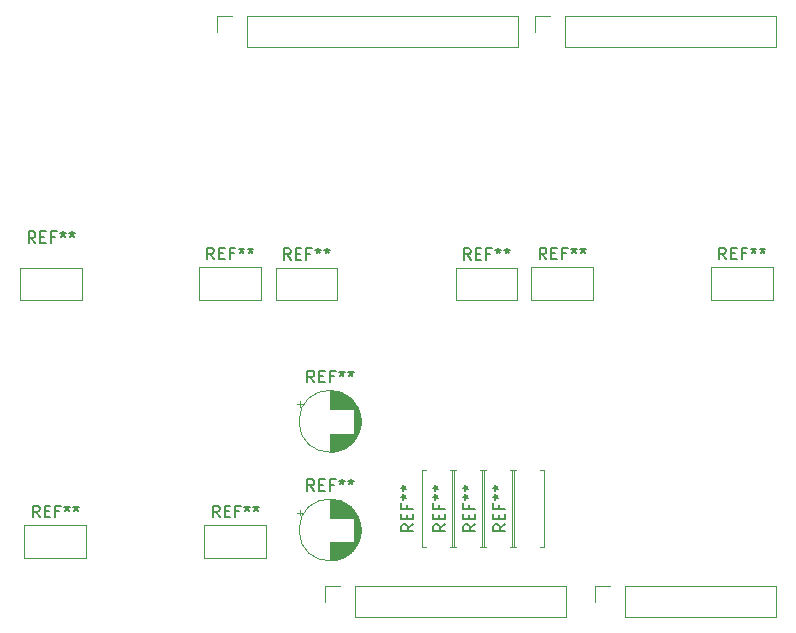
<source format=gto>
%TF.GenerationSoftware,KiCad,Pcbnew,(6.0.6)*%
%TF.CreationDate,2022-07-08T14:02:12+08:00*%
%TF.ProjectId,Stepper,53746570-7065-4722-9e6b-696361645f70,rev?*%
%TF.SameCoordinates,Original*%
%TF.FileFunction,Legend,Top*%
%TF.FilePolarity,Positive*%
%FSLAX46Y46*%
G04 Gerber Fmt 4.6, Leading zero omitted, Abs format (unit mm)*
G04 Created by KiCad (PCBNEW (6.0.6)) date 2022-07-08 14:02:12*
%MOMM*%
%LPD*%
G01*
G04 APERTURE LIST*
%ADD10C,0.150000*%
%ADD11C,0.120000*%
G04 APERTURE END LIST*
D10*
%TO.C,*%
%TO.C,REF\u002A\u002A*%
X138966666Y-68552380D02*
X138633333Y-68076190D01*
X138395238Y-68552380D02*
X138395238Y-67552380D01*
X138776190Y-67552380D01*
X138871428Y-67600000D01*
X138919047Y-67647619D01*
X138966666Y-67742857D01*
X138966666Y-67885714D01*
X138919047Y-67980952D01*
X138871428Y-68028571D01*
X138776190Y-68076190D01*
X138395238Y-68076190D01*
X139395238Y-68028571D02*
X139728571Y-68028571D01*
X139871428Y-68552380D02*
X139395238Y-68552380D01*
X139395238Y-67552380D01*
X139871428Y-67552380D01*
X140633333Y-68028571D02*
X140300000Y-68028571D01*
X140300000Y-68552380D02*
X140300000Y-67552380D01*
X140776190Y-67552380D01*
X141300000Y-67552380D02*
X141300000Y-67790476D01*
X141061904Y-67695238D02*
X141300000Y-67790476D01*
X141538095Y-67695238D01*
X141157142Y-67980952D02*
X141300000Y-67790476D01*
X141442857Y-67980952D01*
X142061904Y-67552380D02*
X142061904Y-67790476D01*
X141823809Y-67695238D02*
X142061904Y-67790476D01*
X142300000Y-67695238D01*
X141919047Y-67980952D02*
X142061904Y-67790476D01*
X142204761Y-67980952D01*
%TO.C,*%
%TO.C,REF\u002A\u002A*%
X160576666Y-68492380D02*
X160243333Y-68016190D01*
X160005238Y-68492380D02*
X160005238Y-67492380D01*
X160386190Y-67492380D01*
X160481428Y-67540000D01*
X160529047Y-67587619D01*
X160576666Y-67682857D01*
X160576666Y-67825714D01*
X160529047Y-67920952D01*
X160481428Y-67968571D01*
X160386190Y-68016190D01*
X160005238Y-68016190D01*
X161005238Y-67968571D02*
X161338571Y-67968571D01*
X161481428Y-68492380D02*
X161005238Y-68492380D01*
X161005238Y-67492380D01*
X161481428Y-67492380D01*
X162243333Y-67968571D02*
X161910000Y-67968571D01*
X161910000Y-68492380D02*
X161910000Y-67492380D01*
X162386190Y-67492380D01*
X162910000Y-67492380D02*
X162910000Y-67730476D01*
X162671904Y-67635238D02*
X162910000Y-67730476D01*
X163148095Y-67635238D01*
X162767142Y-67920952D02*
X162910000Y-67730476D01*
X163052857Y-67920952D01*
X163671904Y-67492380D02*
X163671904Y-67730476D01*
X163433809Y-67635238D02*
X163671904Y-67730476D01*
X163910000Y-67635238D01*
X163529047Y-67920952D02*
X163671904Y-67730476D01*
X163814761Y-67920952D01*
X141882380Y-90923333D02*
X141406190Y-91256666D01*
X141882380Y-91494761D02*
X140882380Y-91494761D01*
X140882380Y-91113809D01*
X140930000Y-91018571D01*
X140977619Y-90970952D01*
X141072857Y-90923333D01*
X141215714Y-90923333D01*
X141310952Y-90970952D01*
X141358571Y-91018571D01*
X141406190Y-91113809D01*
X141406190Y-91494761D01*
X141358571Y-90494761D02*
X141358571Y-90161428D01*
X141882380Y-90018571D02*
X141882380Y-90494761D01*
X140882380Y-90494761D01*
X140882380Y-90018571D01*
X141358571Y-89256666D02*
X141358571Y-89590000D01*
X141882380Y-89590000D02*
X140882380Y-89590000D01*
X140882380Y-89113809D01*
X140882380Y-88590000D02*
X141120476Y-88590000D01*
X141025238Y-88828095D02*
X141120476Y-88590000D01*
X141025238Y-88351904D01*
X141310952Y-88732857D02*
X141120476Y-88590000D01*
X141310952Y-88447142D01*
X140882380Y-87828095D02*
X141120476Y-87828095D01*
X141025238Y-88066190D02*
X141120476Y-87828095D01*
X141025238Y-87590000D01*
X141310952Y-87970952D02*
X141120476Y-87828095D01*
X141310952Y-87685238D01*
%TO.C,*%
%TO.C,REF\u002A\u002A*%
X134092380Y-90923333D02*
X133616190Y-91256666D01*
X134092380Y-91494761D02*
X133092380Y-91494761D01*
X133092380Y-91113809D01*
X133140000Y-91018571D01*
X133187619Y-90970952D01*
X133282857Y-90923333D01*
X133425714Y-90923333D01*
X133520952Y-90970952D01*
X133568571Y-91018571D01*
X133616190Y-91113809D01*
X133616190Y-91494761D01*
X133568571Y-90494761D02*
X133568571Y-90161428D01*
X134092380Y-90018571D02*
X134092380Y-90494761D01*
X133092380Y-90494761D01*
X133092380Y-90018571D01*
X133568571Y-89256666D02*
X133568571Y-89590000D01*
X134092380Y-89590000D02*
X133092380Y-89590000D01*
X133092380Y-89113809D01*
X133092380Y-88590000D02*
X133330476Y-88590000D01*
X133235238Y-88828095D02*
X133330476Y-88590000D01*
X133235238Y-88351904D01*
X133520952Y-88732857D02*
X133330476Y-88590000D01*
X133520952Y-88447142D01*
X133092380Y-87828095D02*
X133330476Y-87828095D01*
X133235238Y-88066190D02*
X133330476Y-87828095D01*
X133235238Y-87590000D01*
X133520952Y-87970952D02*
X133330476Y-87828095D01*
X133520952Y-87685238D01*
%TO.C,*%
%TO.C,REF\u002A\u002A*%
X125711554Y-88102380D02*
X125378221Y-87626190D01*
X125140126Y-88102380D02*
X125140126Y-87102380D01*
X125521078Y-87102380D01*
X125616316Y-87150000D01*
X125663935Y-87197619D01*
X125711554Y-87292857D01*
X125711554Y-87435714D01*
X125663935Y-87530952D01*
X125616316Y-87578571D01*
X125521078Y-87626190D01*
X125140126Y-87626190D01*
X126140126Y-87578571D02*
X126473459Y-87578571D01*
X126616316Y-88102380D02*
X126140126Y-88102380D01*
X126140126Y-87102380D01*
X126616316Y-87102380D01*
X127378221Y-87578571D02*
X127044888Y-87578571D01*
X127044888Y-88102380D02*
X127044888Y-87102380D01*
X127521078Y-87102380D01*
X128044888Y-87102380D02*
X128044888Y-87340476D01*
X127806792Y-87245238D02*
X128044888Y-87340476D01*
X128282983Y-87245238D01*
X127902030Y-87530952D02*
X128044888Y-87340476D01*
X128187745Y-87530952D01*
X128806792Y-87102380D02*
X128806792Y-87340476D01*
X128568697Y-87245238D02*
X128806792Y-87340476D01*
X129044888Y-87245238D01*
X128663935Y-87530952D02*
X128806792Y-87340476D01*
X128949649Y-87530952D01*
%TO.C,*%
%TO.C,REF\u002A\u002A*%
X136802380Y-90923333D02*
X136326190Y-91256666D01*
X136802380Y-91494761D02*
X135802380Y-91494761D01*
X135802380Y-91113809D01*
X135850000Y-91018571D01*
X135897619Y-90970952D01*
X135992857Y-90923333D01*
X136135714Y-90923333D01*
X136230952Y-90970952D01*
X136278571Y-91018571D01*
X136326190Y-91113809D01*
X136326190Y-91494761D01*
X136278571Y-90494761D02*
X136278571Y-90161428D01*
X136802380Y-90018571D02*
X136802380Y-90494761D01*
X135802380Y-90494761D01*
X135802380Y-90018571D01*
X136278571Y-89256666D02*
X136278571Y-89590000D01*
X136802380Y-89590000D02*
X135802380Y-89590000D01*
X135802380Y-89113809D01*
X135802380Y-88590000D02*
X136040476Y-88590000D01*
X135945238Y-88828095D02*
X136040476Y-88590000D01*
X135945238Y-88351904D01*
X136230952Y-88732857D02*
X136040476Y-88590000D01*
X136230952Y-88447142D01*
X135802380Y-87828095D02*
X136040476Y-87828095D01*
X135945238Y-88066190D02*
X136040476Y-87828095D01*
X135945238Y-87590000D01*
X136230952Y-87970952D02*
X136040476Y-87828095D01*
X136230952Y-87685238D01*
%TO.C,*%
%TO.C,REF\u002A\u002A*%
X139342380Y-90923333D02*
X138866190Y-91256666D01*
X139342380Y-91494761D02*
X138342380Y-91494761D01*
X138342380Y-91113809D01*
X138390000Y-91018571D01*
X138437619Y-90970952D01*
X138532857Y-90923333D01*
X138675714Y-90923333D01*
X138770952Y-90970952D01*
X138818571Y-91018571D01*
X138866190Y-91113809D01*
X138866190Y-91494761D01*
X138818571Y-90494761D02*
X138818571Y-90161428D01*
X139342380Y-90018571D02*
X139342380Y-90494761D01*
X138342380Y-90494761D01*
X138342380Y-90018571D01*
X138818571Y-89256666D02*
X138818571Y-89590000D01*
X139342380Y-89590000D02*
X138342380Y-89590000D01*
X138342380Y-89113809D01*
X138342380Y-88590000D02*
X138580476Y-88590000D01*
X138485238Y-88828095D02*
X138580476Y-88590000D01*
X138485238Y-88351904D01*
X138770952Y-88732857D02*
X138580476Y-88590000D01*
X138770952Y-88447142D01*
X138342380Y-87828095D02*
X138580476Y-87828095D01*
X138485238Y-88066190D02*
X138580476Y-87828095D01*
X138485238Y-87590000D01*
X138770952Y-87970952D02*
X138580476Y-87828095D01*
X138770952Y-87685238D01*
%TO.C,*%
%TO.C,REF\u002A\u002A*%
X145376666Y-68492380D02*
X145043333Y-68016190D01*
X144805238Y-68492380D02*
X144805238Y-67492380D01*
X145186190Y-67492380D01*
X145281428Y-67540000D01*
X145329047Y-67587619D01*
X145376666Y-67682857D01*
X145376666Y-67825714D01*
X145329047Y-67920952D01*
X145281428Y-67968571D01*
X145186190Y-68016190D01*
X144805238Y-68016190D01*
X145805238Y-67968571D02*
X146138571Y-67968571D01*
X146281428Y-68492380D02*
X145805238Y-68492380D01*
X145805238Y-67492380D01*
X146281428Y-67492380D01*
X147043333Y-67968571D02*
X146710000Y-67968571D01*
X146710000Y-68492380D02*
X146710000Y-67492380D01*
X147186190Y-67492380D01*
X147710000Y-67492380D02*
X147710000Y-67730476D01*
X147471904Y-67635238D02*
X147710000Y-67730476D01*
X147948095Y-67635238D01*
X147567142Y-67920952D02*
X147710000Y-67730476D01*
X147852857Y-67920952D01*
X148471904Y-67492380D02*
X148471904Y-67730476D01*
X148233809Y-67635238D02*
X148471904Y-67730476D01*
X148710000Y-67635238D01*
X148329047Y-67920952D02*
X148471904Y-67730476D01*
X148614761Y-67920952D01*
%TO.C,*%
%TO.C,REF\u002A\u002A*%
X125711554Y-78902380D02*
X125378221Y-78426190D01*
X125140126Y-78902380D02*
X125140126Y-77902380D01*
X125521078Y-77902380D01*
X125616316Y-77950000D01*
X125663935Y-77997619D01*
X125711554Y-78092857D01*
X125711554Y-78235714D01*
X125663935Y-78330952D01*
X125616316Y-78378571D01*
X125521078Y-78426190D01*
X125140126Y-78426190D01*
X126140126Y-78378571D02*
X126473459Y-78378571D01*
X126616316Y-78902380D02*
X126140126Y-78902380D01*
X126140126Y-77902380D01*
X126616316Y-77902380D01*
X127378221Y-78378571D02*
X127044888Y-78378571D01*
X127044888Y-78902380D02*
X127044888Y-77902380D01*
X127521078Y-77902380D01*
X128044888Y-77902380D02*
X128044888Y-78140476D01*
X127806792Y-78045238D02*
X128044888Y-78140476D01*
X128282983Y-78045238D01*
X127902030Y-78330952D02*
X128044888Y-78140476D01*
X128187745Y-78330952D01*
X128806792Y-77902380D02*
X128806792Y-78140476D01*
X128568697Y-78045238D02*
X128806792Y-78140476D01*
X129044888Y-78045238D01*
X128663935Y-78330952D02*
X128806792Y-78140476D01*
X128949649Y-78330952D01*
%TO.C,*%
%TO.C,REF\u002A\u002A*%
X123726666Y-68552380D02*
X123393333Y-68076190D01*
X123155238Y-68552380D02*
X123155238Y-67552380D01*
X123536190Y-67552380D01*
X123631428Y-67600000D01*
X123679047Y-67647619D01*
X123726666Y-67742857D01*
X123726666Y-67885714D01*
X123679047Y-67980952D01*
X123631428Y-68028571D01*
X123536190Y-68076190D01*
X123155238Y-68076190D01*
X124155238Y-68028571D02*
X124488571Y-68028571D01*
X124631428Y-68552380D02*
X124155238Y-68552380D01*
X124155238Y-67552380D01*
X124631428Y-67552380D01*
X125393333Y-68028571D02*
X125060000Y-68028571D01*
X125060000Y-68552380D02*
X125060000Y-67552380D01*
X125536190Y-67552380D01*
X126060000Y-67552380D02*
X126060000Y-67790476D01*
X125821904Y-67695238D02*
X126060000Y-67790476D01*
X126298095Y-67695238D01*
X125917142Y-67980952D02*
X126060000Y-67790476D01*
X126202857Y-67980952D01*
X126821904Y-67552380D02*
X126821904Y-67790476D01*
X126583809Y-67695238D02*
X126821904Y-67790476D01*
X127060000Y-67695238D01*
X126679047Y-67980952D02*
X126821904Y-67790476D01*
X126964761Y-67980952D01*
%TO.C,*%
%TO.C,REF\u002A\u002A*%
X102456666Y-90332380D02*
X102123333Y-89856190D01*
X101885238Y-90332380D02*
X101885238Y-89332380D01*
X102266190Y-89332380D01*
X102361428Y-89380000D01*
X102409047Y-89427619D01*
X102456666Y-89522857D01*
X102456666Y-89665714D01*
X102409047Y-89760952D01*
X102361428Y-89808571D01*
X102266190Y-89856190D01*
X101885238Y-89856190D01*
X102885238Y-89808571D02*
X103218571Y-89808571D01*
X103361428Y-90332380D02*
X102885238Y-90332380D01*
X102885238Y-89332380D01*
X103361428Y-89332380D01*
X104123333Y-89808571D02*
X103790000Y-89808571D01*
X103790000Y-90332380D02*
X103790000Y-89332380D01*
X104266190Y-89332380D01*
X104790000Y-89332380D02*
X104790000Y-89570476D01*
X104551904Y-89475238D02*
X104790000Y-89570476D01*
X105028095Y-89475238D01*
X104647142Y-89760952D02*
X104790000Y-89570476D01*
X104932857Y-89760952D01*
X105551904Y-89332380D02*
X105551904Y-89570476D01*
X105313809Y-89475238D02*
X105551904Y-89570476D01*
X105790000Y-89475238D01*
X105409047Y-89760952D02*
X105551904Y-89570476D01*
X105694761Y-89760952D01*
%TO.C,*%
%TO.C,REF\u002A\u002A*%
X117696666Y-90332380D02*
X117363333Y-89856190D01*
X117125238Y-90332380D02*
X117125238Y-89332380D01*
X117506190Y-89332380D01*
X117601428Y-89380000D01*
X117649047Y-89427619D01*
X117696666Y-89522857D01*
X117696666Y-89665714D01*
X117649047Y-89760952D01*
X117601428Y-89808571D01*
X117506190Y-89856190D01*
X117125238Y-89856190D01*
X118125238Y-89808571D02*
X118458571Y-89808571D01*
X118601428Y-90332380D02*
X118125238Y-90332380D01*
X118125238Y-89332380D01*
X118601428Y-89332380D01*
X119363333Y-89808571D02*
X119030000Y-89808571D01*
X119030000Y-90332380D02*
X119030000Y-89332380D01*
X119506190Y-89332380D01*
X120030000Y-89332380D02*
X120030000Y-89570476D01*
X119791904Y-89475238D02*
X120030000Y-89570476D01*
X120268095Y-89475238D01*
X119887142Y-89760952D02*
X120030000Y-89570476D01*
X120172857Y-89760952D01*
X120791904Y-89332380D02*
X120791904Y-89570476D01*
X120553809Y-89475238D02*
X120791904Y-89570476D01*
X121030000Y-89475238D01*
X120649047Y-89760952D02*
X120791904Y-89570476D01*
X120934761Y-89760952D01*
X102102465Y-67132380D02*
X101769132Y-66656190D01*
X101531037Y-67132380D02*
X101531037Y-66132380D01*
X101911989Y-66132380D01*
X102007227Y-66180000D01*
X102054846Y-66227619D01*
X102102465Y-66322857D01*
X102102465Y-66465714D01*
X102054846Y-66560952D01*
X102007227Y-66608571D01*
X101911989Y-66656190D01*
X101531037Y-66656190D01*
X102531037Y-66608571D02*
X102864370Y-66608571D01*
X103007227Y-67132380D02*
X102531037Y-67132380D01*
X102531037Y-66132380D01*
X103007227Y-66132380D01*
X103769132Y-66608571D02*
X103435799Y-66608571D01*
X103435799Y-67132380D02*
X103435799Y-66132380D01*
X103911989Y-66132380D01*
X104435799Y-66132380D02*
X104435799Y-66370476D01*
X104197703Y-66275238D02*
X104435799Y-66370476D01*
X104673894Y-66275238D01*
X104292941Y-66560952D02*
X104435799Y-66370476D01*
X104578656Y-66560952D01*
X105197703Y-66132380D02*
X105197703Y-66370476D01*
X104959608Y-66275238D02*
X105197703Y-66370476D01*
X105435799Y-66275238D01*
X105054846Y-66560952D02*
X105197703Y-66370476D01*
X105340560Y-66560952D01*
%TO.C,*%
%TO.C,REF\u002A\u002A*%
X117232465Y-68492380D02*
X116899132Y-68016190D01*
X116661037Y-68492380D02*
X116661037Y-67492380D01*
X117041989Y-67492380D01*
X117137227Y-67540000D01*
X117184846Y-67587619D01*
X117232465Y-67682857D01*
X117232465Y-67825714D01*
X117184846Y-67920952D01*
X117137227Y-67968571D01*
X117041989Y-68016190D01*
X116661037Y-68016190D01*
X117661037Y-67968571D02*
X117994370Y-67968571D01*
X118137227Y-68492380D02*
X117661037Y-68492380D01*
X117661037Y-67492380D01*
X118137227Y-67492380D01*
X118899132Y-67968571D02*
X118565799Y-67968571D01*
X118565799Y-68492380D02*
X118565799Y-67492380D01*
X119041989Y-67492380D01*
X119565799Y-67492380D02*
X119565799Y-67730476D01*
X119327703Y-67635238D02*
X119565799Y-67730476D01*
X119803894Y-67635238D01*
X119422941Y-67920952D02*
X119565799Y-67730476D01*
X119708656Y-67920952D01*
X120327703Y-67492380D02*
X120327703Y-67730476D01*
X120089608Y-67635238D02*
X120327703Y-67730476D01*
X120565799Y-67635238D01*
X120184846Y-67920952D02*
X120327703Y-67730476D01*
X120470560Y-67920952D01*
D11*
%TO.C,J1*%
X147050000Y-98790000D02*
X147050000Y-96130000D01*
X129210000Y-96130000D02*
X147050000Y-96130000D01*
X129210000Y-98790000D02*
X129210000Y-96130000D01*
X126610000Y-97460000D02*
X126610000Y-96130000D01*
X126610000Y-96130000D02*
X127940000Y-96130000D01*
X129210000Y-98790000D02*
X147050000Y-98790000D01*
%TO.C,J3*%
X152070000Y-96130000D02*
X164830000Y-96130000D01*
X149470000Y-97460000D02*
X149470000Y-96130000D01*
X152070000Y-98790000D02*
X152070000Y-96130000D01*
X152070000Y-98790000D02*
X164830000Y-98790000D01*
X164830000Y-98790000D02*
X164830000Y-96130000D01*
X149470000Y-96130000D02*
X150800000Y-96130000D01*
%TO.C,J2*%
X142986000Y-50530000D02*
X142986000Y-47870000D01*
X120066000Y-50530000D02*
X142986000Y-50530000D01*
X117466000Y-47870000D02*
X118796000Y-47870000D01*
X117466000Y-49200000D02*
X117466000Y-47870000D01*
X120066000Y-47870000D02*
X142986000Y-47870000D01*
X120066000Y-50530000D02*
X120066000Y-47870000D01*
%TO.C,J4*%
X164830000Y-50530000D02*
X164830000Y-47870000D01*
X146990000Y-50530000D02*
X164830000Y-50530000D01*
X144390000Y-49200000D02*
X144390000Y-47870000D01*
X146990000Y-50530000D02*
X146990000Y-47870000D01*
X144390000Y-47870000D02*
X145720000Y-47870000D01*
X146990000Y-47870000D02*
X164830000Y-47870000D01*
%TO.C,REF\u002A\u002A*%
X142920000Y-69230000D02*
X142920000Y-71970000D01*
X137680000Y-69230000D02*
X142920000Y-69230000D01*
X137680000Y-71970000D02*
X142920000Y-71970000D01*
X137680000Y-69230000D02*
X137680000Y-71970000D01*
X164530000Y-69170000D02*
X164530000Y-71910000D01*
X159290000Y-71910000D02*
X164530000Y-71910000D01*
X159290000Y-69170000D02*
X164530000Y-69170000D01*
X159290000Y-69170000D02*
X159290000Y-71910000D01*
X142760000Y-92860000D02*
X142430000Y-92860000D01*
X145170000Y-92860000D02*
X145170000Y-86320000D01*
X144840000Y-92860000D02*
X145170000Y-92860000D01*
X142430000Y-86320000D02*
X142760000Y-86320000D01*
X142430000Y-92860000D02*
X142430000Y-86320000D01*
X145170000Y-86320000D02*
X144840000Y-86320000D01*
X135140000Y-92860000D02*
X134810000Y-92860000D01*
X137550000Y-92860000D02*
X137550000Y-86320000D01*
X137220000Y-92860000D02*
X137550000Y-92860000D01*
X134810000Y-86320000D02*
X135140000Y-86320000D01*
X134810000Y-92860000D02*
X134810000Y-86320000D01*
X137550000Y-86320000D02*
X137220000Y-86320000D01*
X129205888Y-89957000D02*
X129205888Y-92843000D01*
X127324888Y-88835000D02*
X127324888Y-90360000D01*
X128885888Y-89574000D02*
X128885888Y-90360000D01*
X124490113Y-89675000D02*
X124490113Y-90175000D01*
X128405888Y-92440000D02*
X128405888Y-93600000D01*
X127484888Y-92440000D02*
X127484888Y-93943000D01*
X129005888Y-92440000D02*
X129005888Y-93099000D01*
X128285888Y-89132000D02*
X128285888Y-90360000D01*
X129525888Y-90595000D02*
X129525888Y-92205000D01*
X129445888Y-90389000D02*
X129445888Y-92411000D01*
X127244888Y-92440000D02*
X127244888Y-93973000D01*
X124240113Y-89925000D02*
X124740113Y-89925000D01*
X128765888Y-89463000D02*
X128765888Y-90360000D01*
X127404888Y-92440000D02*
X127404888Y-93956000D01*
X127124888Y-92440000D02*
X127124888Y-93979000D01*
X128805888Y-92440000D02*
X128805888Y-93301000D01*
X127244888Y-88827000D02*
X127244888Y-90360000D01*
X127604888Y-92440000D02*
X127604888Y-93920000D01*
X127765888Y-92440000D02*
X127765888Y-93880000D01*
X128245888Y-89110000D02*
X128245888Y-90360000D01*
X128485888Y-89251000D02*
X128485888Y-90360000D01*
X128045888Y-92440000D02*
X128045888Y-93782000D01*
X127724888Y-88909000D02*
X127724888Y-90360000D01*
X127564888Y-88872000D02*
X127564888Y-90360000D01*
X127925888Y-88972000D02*
X127925888Y-90360000D01*
X128045888Y-89018000D02*
X128045888Y-90360000D01*
X129245888Y-90017000D02*
X129245888Y-92783000D01*
X127684888Y-92440000D02*
X127684888Y-93901000D01*
X127925888Y-92440000D02*
X127925888Y-93828000D01*
X128525888Y-92440000D02*
X128525888Y-93522000D01*
X128405888Y-89200000D02*
X128405888Y-90360000D01*
X127604888Y-88880000D02*
X127604888Y-90360000D01*
X127444888Y-88850000D02*
X127444888Y-90360000D01*
X128605888Y-89335000D02*
X128605888Y-90360000D01*
X127524888Y-92440000D02*
X127524888Y-93936000D01*
X129405888Y-90302000D02*
X129405888Y-92498000D01*
X128125888Y-92440000D02*
X128125888Y-93748000D01*
X128365888Y-89176000D02*
X128365888Y-90360000D01*
X127644888Y-88889000D02*
X127644888Y-90360000D01*
X128445888Y-92440000D02*
X128445888Y-93575000D01*
X127404888Y-88844000D02*
X127404888Y-90360000D01*
X128005888Y-92440000D02*
X128005888Y-93798000D01*
X128285888Y-92440000D02*
X128285888Y-93668000D01*
X128165888Y-92440000D02*
X128165888Y-93729000D01*
X128765888Y-92440000D02*
X128765888Y-93337000D01*
X128565888Y-92440000D02*
X128565888Y-93495000D01*
X129125888Y-89846000D02*
X129125888Y-92954000D01*
X127364888Y-88839000D02*
X127364888Y-90360000D01*
X128565888Y-89305000D02*
X128565888Y-90360000D01*
X127324888Y-92440000D02*
X127324888Y-93965000D01*
X128685888Y-92440000D02*
X128685888Y-93404000D01*
X128485888Y-92440000D02*
X128485888Y-93549000D01*
X129325888Y-90149000D02*
X129325888Y-92651000D01*
X127564888Y-92440000D02*
X127564888Y-93928000D01*
X127044888Y-88820000D02*
X127044888Y-90360000D01*
X127084888Y-92440000D02*
X127084888Y-93980000D01*
X129085888Y-89795000D02*
X129085888Y-93005000D01*
X129605888Y-90882000D02*
X129605888Y-91918000D01*
X127805888Y-92440000D02*
X127805888Y-93868000D01*
X129365888Y-90222000D02*
X129365888Y-92578000D01*
X127885888Y-88958000D02*
X127885888Y-90360000D01*
X127204888Y-92440000D02*
X127204888Y-93976000D01*
X127644888Y-92440000D02*
X127644888Y-93911000D01*
X128845888Y-89536000D02*
X128845888Y-90360000D01*
X128085888Y-89035000D02*
X128085888Y-90360000D01*
X127684888Y-88899000D02*
X127684888Y-90360000D01*
X128925888Y-89615000D02*
X128925888Y-90360000D01*
X128005888Y-89002000D02*
X128005888Y-90360000D01*
X127484888Y-88857000D02*
X127484888Y-90360000D01*
X128645888Y-92440000D02*
X128645888Y-93435000D01*
X129565888Y-90723000D02*
X129565888Y-92077000D01*
X129005888Y-89701000D02*
X129005888Y-90360000D01*
X128445888Y-89225000D02*
X128445888Y-90360000D01*
X128805888Y-89499000D02*
X128805888Y-90360000D01*
X127204888Y-88824000D02*
X127204888Y-90360000D01*
X128685888Y-89396000D02*
X128685888Y-90360000D01*
X128365888Y-92440000D02*
X128365888Y-93624000D01*
X128205888Y-89090000D02*
X128205888Y-90360000D01*
X127044888Y-92440000D02*
X127044888Y-93980000D01*
X127845888Y-92440000D02*
X127845888Y-93855000D01*
X127965888Y-88986000D02*
X127965888Y-90360000D01*
X128645888Y-89365000D02*
X128645888Y-90360000D01*
X129045888Y-89747000D02*
X129045888Y-90360000D01*
X127284888Y-92440000D02*
X127284888Y-93969000D01*
X128605888Y-92440000D02*
X128605888Y-93465000D01*
X128525888Y-89278000D02*
X128525888Y-90360000D01*
X129485888Y-90485000D02*
X129485888Y-92315000D01*
X127284888Y-88831000D02*
X127284888Y-90360000D01*
X129285888Y-90081000D02*
X129285888Y-92719000D01*
X128725888Y-92440000D02*
X128725888Y-93371000D01*
X128205888Y-92440000D02*
X128205888Y-93710000D01*
X128125888Y-89052000D02*
X128125888Y-90360000D01*
X128725888Y-89429000D02*
X128725888Y-90360000D01*
X128325888Y-89153000D02*
X128325888Y-90360000D01*
X127524888Y-88864000D02*
X127524888Y-90360000D01*
X127805888Y-88932000D02*
X127805888Y-90360000D01*
X129645888Y-91116000D02*
X129645888Y-91684000D01*
X128965888Y-89657000D02*
X128965888Y-90360000D01*
X128885888Y-92440000D02*
X128885888Y-93226000D01*
X127724888Y-92440000D02*
X127724888Y-93891000D01*
X127444888Y-92440000D02*
X127444888Y-93950000D01*
X128165888Y-89071000D02*
X128165888Y-90360000D01*
X128085888Y-92440000D02*
X128085888Y-93765000D01*
X128245888Y-92440000D02*
X128245888Y-93690000D01*
X127765888Y-88920000D02*
X127765888Y-90360000D01*
X127124888Y-88821000D02*
X127124888Y-90360000D01*
X127965888Y-92440000D02*
X127965888Y-93814000D01*
X127084888Y-88820000D02*
X127084888Y-90360000D01*
X128925888Y-92440000D02*
X128925888Y-93185000D01*
X128845888Y-92440000D02*
X128845888Y-93264000D01*
X127364888Y-92440000D02*
X127364888Y-93961000D01*
X128325888Y-92440000D02*
X128325888Y-93647000D01*
X129045888Y-92440000D02*
X129045888Y-93053000D01*
X129165888Y-89900000D02*
X129165888Y-92900000D01*
X127885888Y-92440000D02*
X127885888Y-93842000D01*
X127845888Y-88945000D02*
X127845888Y-90360000D01*
X127164888Y-88822000D02*
X127164888Y-90360000D01*
X127164888Y-92440000D02*
X127164888Y-93978000D01*
X128965888Y-92440000D02*
X128965888Y-93143000D01*
X129664888Y-91400000D02*
G75*
G03*
X129664888Y-91400000I-2620000J0D01*
G01*
X137680000Y-92860000D02*
X137350000Y-92860000D01*
X140090000Y-92860000D02*
X140090000Y-86320000D01*
X139760000Y-92860000D02*
X140090000Y-92860000D01*
X137350000Y-86320000D02*
X137680000Y-86320000D01*
X137350000Y-92860000D02*
X137350000Y-86320000D01*
X140090000Y-86320000D02*
X139760000Y-86320000D01*
X140220000Y-92860000D02*
X139890000Y-92860000D01*
X142630000Y-92860000D02*
X142630000Y-86320000D01*
X142300000Y-92860000D02*
X142630000Y-92860000D01*
X139890000Y-86320000D02*
X140220000Y-86320000D01*
X139890000Y-92860000D02*
X139890000Y-86320000D01*
X142630000Y-86320000D02*
X142300000Y-86320000D01*
X144090000Y-71910000D02*
X149330000Y-71910000D01*
X144090000Y-69170000D02*
X149330000Y-69170000D01*
X149330000Y-69170000D02*
X149330000Y-71910000D01*
X144090000Y-69170000D02*
X144090000Y-71910000D01*
X129205888Y-80757000D02*
X129205888Y-83643000D01*
X127324888Y-79635000D02*
X127324888Y-81160000D01*
X128885888Y-80374000D02*
X128885888Y-81160000D01*
X124490113Y-80475000D02*
X124490113Y-80975000D01*
X128405888Y-83240000D02*
X128405888Y-84400000D01*
X127484888Y-83240000D02*
X127484888Y-84743000D01*
X129005888Y-83240000D02*
X129005888Y-83899000D01*
X128285888Y-79932000D02*
X128285888Y-81160000D01*
X129525888Y-81395000D02*
X129525888Y-83005000D01*
X129445888Y-81189000D02*
X129445888Y-83211000D01*
X127244888Y-83240000D02*
X127244888Y-84773000D01*
X124240113Y-80725000D02*
X124740113Y-80725000D01*
X128765888Y-80263000D02*
X128765888Y-81160000D01*
X127404888Y-83240000D02*
X127404888Y-84756000D01*
X127124888Y-83240000D02*
X127124888Y-84779000D01*
X128805888Y-83240000D02*
X128805888Y-84101000D01*
X127244888Y-79627000D02*
X127244888Y-81160000D01*
X127604888Y-83240000D02*
X127604888Y-84720000D01*
X127765888Y-83240000D02*
X127765888Y-84680000D01*
X128245888Y-79910000D02*
X128245888Y-81160000D01*
X128485888Y-80051000D02*
X128485888Y-81160000D01*
X128045888Y-83240000D02*
X128045888Y-84582000D01*
X127724888Y-79709000D02*
X127724888Y-81160000D01*
X127564888Y-79672000D02*
X127564888Y-81160000D01*
X127925888Y-79772000D02*
X127925888Y-81160000D01*
X128045888Y-79818000D02*
X128045888Y-81160000D01*
X129245888Y-80817000D02*
X129245888Y-83583000D01*
X127684888Y-83240000D02*
X127684888Y-84701000D01*
X127925888Y-83240000D02*
X127925888Y-84628000D01*
X128525888Y-83240000D02*
X128525888Y-84322000D01*
X128405888Y-80000000D02*
X128405888Y-81160000D01*
X127604888Y-79680000D02*
X127604888Y-81160000D01*
X127444888Y-79650000D02*
X127444888Y-81160000D01*
X128605888Y-80135000D02*
X128605888Y-81160000D01*
X127524888Y-83240000D02*
X127524888Y-84736000D01*
X129405888Y-81102000D02*
X129405888Y-83298000D01*
X128125888Y-83240000D02*
X128125888Y-84548000D01*
X128365888Y-79976000D02*
X128365888Y-81160000D01*
X127644888Y-79689000D02*
X127644888Y-81160000D01*
X128445888Y-83240000D02*
X128445888Y-84375000D01*
X127404888Y-79644000D02*
X127404888Y-81160000D01*
X128005888Y-83240000D02*
X128005888Y-84598000D01*
X128285888Y-83240000D02*
X128285888Y-84468000D01*
X128165888Y-83240000D02*
X128165888Y-84529000D01*
X128765888Y-83240000D02*
X128765888Y-84137000D01*
X128565888Y-83240000D02*
X128565888Y-84295000D01*
X129125888Y-80646000D02*
X129125888Y-83754000D01*
X127364888Y-79639000D02*
X127364888Y-81160000D01*
X128565888Y-80105000D02*
X128565888Y-81160000D01*
X127324888Y-83240000D02*
X127324888Y-84765000D01*
X128685888Y-83240000D02*
X128685888Y-84204000D01*
X128485888Y-83240000D02*
X128485888Y-84349000D01*
X129325888Y-80949000D02*
X129325888Y-83451000D01*
X127564888Y-83240000D02*
X127564888Y-84728000D01*
X127044888Y-79620000D02*
X127044888Y-81160000D01*
X127084888Y-83240000D02*
X127084888Y-84780000D01*
X129085888Y-80595000D02*
X129085888Y-83805000D01*
X129605888Y-81682000D02*
X129605888Y-82718000D01*
X127805888Y-83240000D02*
X127805888Y-84668000D01*
X129365888Y-81022000D02*
X129365888Y-83378000D01*
X127885888Y-79758000D02*
X127885888Y-81160000D01*
X127204888Y-83240000D02*
X127204888Y-84776000D01*
X127644888Y-83240000D02*
X127644888Y-84711000D01*
X128845888Y-80336000D02*
X128845888Y-81160000D01*
X128085888Y-79835000D02*
X128085888Y-81160000D01*
X127684888Y-79699000D02*
X127684888Y-81160000D01*
X128925888Y-80415000D02*
X128925888Y-81160000D01*
X128005888Y-79802000D02*
X128005888Y-81160000D01*
X127484888Y-79657000D02*
X127484888Y-81160000D01*
X128645888Y-83240000D02*
X128645888Y-84235000D01*
X129565888Y-81523000D02*
X129565888Y-82877000D01*
X129005888Y-80501000D02*
X129005888Y-81160000D01*
X128445888Y-80025000D02*
X128445888Y-81160000D01*
X128805888Y-80299000D02*
X128805888Y-81160000D01*
X127204888Y-79624000D02*
X127204888Y-81160000D01*
X128685888Y-80196000D02*
X128685888Y-81160000D01*
X128365888Y-83240000D02*
X128365888Y-84424000D01*
X128205888Y-79890000D02*
X128205888Y-81160000D01*
X127044888Y-83240000D02*
X127044888Y-84780000D01*
X127845888Y-83240000D02*
X127845888Y-84655000D01*
X127965888Y-79786000D02*
X127965888Y-81160000D01*
X128645888Y-80165000D02*
X128645888Y-81160000D01*
X129045888Y-80547000D02*
X129045888Y-81160000D01*
X127284888Y-83240000D02*
X127284888Y-84769000D01*
X128605888Y-83240000D02*
X128605888Y-84265000D01*
X128525888Y-80078000D02*
X128525888Y-81160000D01*
X129485888Y-81285000D02*
X129485888Y-83115000D01*
X127284888Y-79631000D02*
X127284888Y-81160000D01*
X129285888Y-80881000D02*
X129285888Y-83519000D01*
X128725888Y-83240000D02*
X128725888Y-84171000D01*
X128205888Y-83240000D02*
X128205888Y-84510000D01*
X128125888Y-79852000D02*
X128125888Y-81160000D01*
X128725888Y-80229000D02*
X128725888Y-81160000D01*
X128325888Y-79953000D02*
X128325888Y-81160000D01*
X127524888Y-79664000D02*
X127524888Y-81160000D01*
X127805888Y-79732000D02*
X127805888Y-81160000D01*
X129645888Y-81916000D02*
X129645888Y-82484000D01*
X128965888Y-80457000D02*
X128965888Y-81160000D01*
X128885888Y-83240000D02*
X128885888Y-84026000D01*
X127724888Y-83240000D02*
X127724888Y-84691000D01*
X127444888Y-83240000D02*
X127444888Y-84750000D01*
X128165888Y-79871000D02*
X128165888Y-81160000D01*
X128085888Y-83240000D02*
X128085888Y-84565000D01*
X128245888Y-83240000D02*
X128245888Y-84490000D01*
X127765888Y-79720000D02*
X127765888Y-81160000D01*
X127124888Y-79621000D02*
X127124888Y-81160000D01*
X127965888Y-83240000D02*
X127965888Y-84614000D01*
X127084888Y-79620000D02*
X127084888Y-81160000D01*
X128925888Y-83240000D02*
X128925888Y-83985000D01*
X128845888Y-83240000D02*
X128845888Y-84064000D01*
X127364888Y-83240000D02*
X127364888Y-84761000D01*
X128325888Y-83240000D02*
X128325888Y-84447000D01*
X129045888Y-83240000D02*
X129045888Y-83853000D01*
X129165888Y-80700000D02*
X129165888Y-83700000D01*
X127885888Y-83240000D02*
X127885888Y-84642000D01*
X127845888Y-79745000D02*
X127845888Y-81160000D01*
X127164888Y-79622000D02*
X127164888Y-81160000D01*
X127164888Y-83240000D02*
X127164888Y-84778000D01*
X128965888Y-83240000D02*
X128965888Y-83943000D01*
X129664888Y-82200000D02*
G75*
G03*
X129664888Y-82200000I-2620000J0D01*
G01*
X122440000Y-71970000D02*
X127680000Y-71970000D01*
X122440000Y-69230000D02*
X127680000Y-69230000D01*
X122440000Y-69230000D02*
X122440000Y-71970000D01*
X127680000Y-69230000D02*
X127680000Y-71970000D01*
X101170000Y-91010000D02*
X106410000Y-91010000D01*
X101170000Y-93750000D02*
X106410000Y-93750000D01*
X101170000Y-91010000D02*
X101170000Y-93750000D01*
X106410000Y-91010000D02*
X106410000Y-93750000D01*
X121650000Y-91010000D02*
X121650000Y-93750000D01*
X116410000Y-91010000D02*
X121650000Y-91010000D01*
X116410000Y-93750000D02*
X121650000Y-93750000D01*
X116410000Y-91010000D02*
X116410000Y-93750000D01*
X106016709Y-69201710D02*
X106016709Y-71941710D01*
X100776709Y-71941710D02*
X106016709Y-71941710D01*
X100776709Y-69201710D02*
X106016709Y-69201710D01*
X100776709Y-69201710D02*
X100776709Y-71941710D01*
X121185799Y-69170000D02*
X121185799Y-71910000D01*
X115945799Y-71910000D02*
X121185799Y-71910000D01*
X115945799Y-69170000D02*
X121185799Y-69170000D01*
X115945799Y-69170000D02*
X115945799Y-71910000D01*
%TD*%
M02*

</source>
